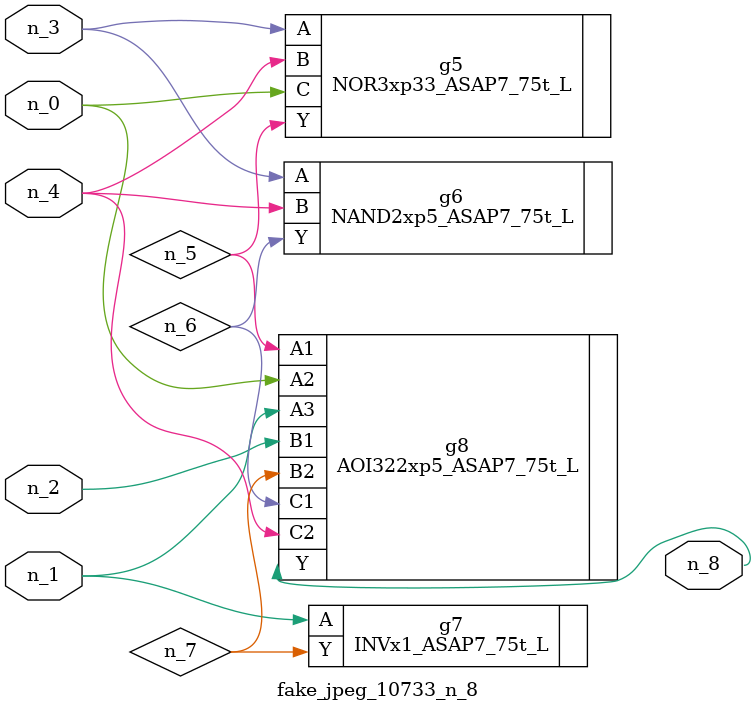
<source format=v>
module fake_jpeg_10733_n_8 (n_3, n_2, n_1, n_0, n_4, n_8);

input n_3;
input n_2;
input n_1;
input n_0;
input n_4;

output n_8;

wire n_6;
wire n_5;
wire n_7;

NOR3xp33_ASAP7_75t_L g5 ( 
.A(n_3),
.B(n_4),
.C(n_0),
.Y(n_5)
);

NAND2xp5_ASAP7_75t_L g6 ( 
.A(n_3),
.B(n_4),
.Y(n_6)
);

INVx1_ASAP7_75t_L g7 ( 
.A(n_1),
.Y(n_7)
);

AOI322xp5_ASAP7_75t_L g8 ( 
.A1(n_5),
.A2(n_0),
.A3(n_1),
.B1(n_2),
.B2(n_7),
.C1(n_6),
.C2(n_4),
.Y(n_8)
);


endmodule
</source>
